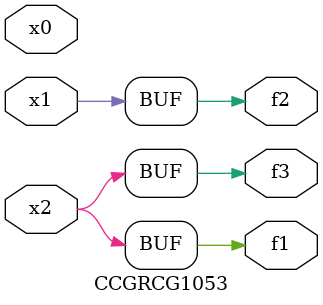
<source format=v>
module CCGRCG1053(
	input x0, x1, x2,
	output f1, f2, f3
);
	assign f1 = x2;
	assign f2 = x1;
	assign f3 = x2;
endmodule

</source>
